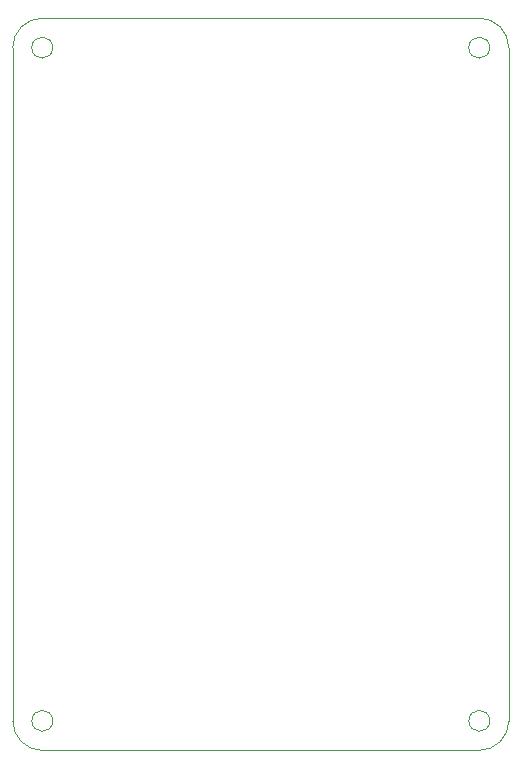
<source format=gbr>
%TF.GenerationSoftware,KiCad,Pcbnew,8.0.3*%
%TF.CreationDate,2024-06-28T14:01:33-07:00*%
%TF.ProjectId,smartstake-mux-breakout,736d6172-7473-4746-916b-652d6d75782d,rev?*%
%TF.SameCoordinates,Original*%
%TF.FileFunction,Profile,NP*%
%FSLAX46Y46*%
G04 Gerber Fmt 4.6, Leading zero omitted, Abs format (unit mm)*
G04 Created by KiCad (PCBNEW 8.0.3) date 2024-06-28 14:01:33*
%MOMM*%
%LPD*%
G01*
G04 APERTURE LIST*
%TA.AperFunction,Profile*%
%ADD10C,0.100000*%
%TD*%
%TA.AperFunction,Profile*%
%ADD11C,0.050000*%
%TD*%
G04 APERTURE END LIST*
D10*
X79389000Y-41500000D02*
G75*
G02*
X77611000Y-41500000I-889000J0D01*
G01*
X77611000Y-41500000D02*
G75*
G02*
X79389000Y-41500000I889000J0D01*
G01*
D11*
X81000000Y-98500000D02*
X81000000Y-41500000D01*
X41500000Y-101000000D02*
X78500000Y-101000000D01*
D10*
X42389000Y-98500000D02*
G75*
G02*
X40611000Y-98500000I-889000J0D01*
G01*
X40611000Y-98500000D02*
G75*
G02*
X42389000Y-98500000I889000J0D01*
G01*
D11*
X39000000Y-41500000D02*
G75*
G02*
X41500000Y-39000000I2500000J0D01*
G01*
D10*
X79389000Y-98500000D02*
G75*
G02*
X77611000Y-98500000I-889000J0D01*
G01*
X77611000Y-98500000D02*
G75*
G02*
X79389000Y-98500000I889000J0D01*
G01*
X42389000Y-41500000D02*
G75*
G02*
X40611000Y-41500000I-889000J0D01*
G01*
X40611000Y-41500000D02*
G75*
G02*
X42389000Y-41500000I889000J0D01*
G01*
D11*
X41500000Y-101000000D02*
G75*
G02*
X39000000Y-98500000I0J2500000D01*
G01*
X78500000Y-39000000D02*
G75*
G02*
X81000000Y-41500000I0J-2500000D01*
G01*
X81000000Y-98500000D02*
G75*
G02*
X78500000Y-101000000I-2500000J0D01*
G01*
X39000000Y-41500000D02*
X39000000Y-98500000D01*
X78500000Y-39000000D02*
X41500000Y-39000000D01*
M02*

</source>
